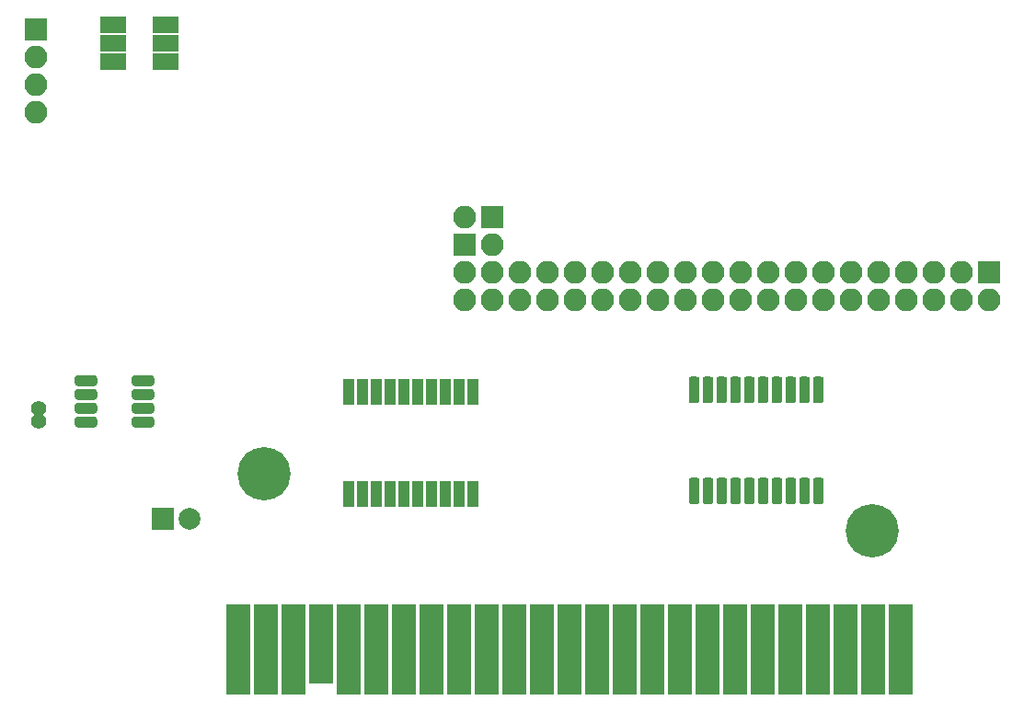
<source format=gbr>
G04 #@! TF.GenerationSoftware,KiCad,Pcbnew,5.1.6~rc1+dfsg1-1*
G04 #@! TF.CreationDate,2020-05-03T13:17:22-07:00*
G04 #@! TF.ProjectId,rpmpv1,72706d70-7631-42e6-9b69-6361645f7063,rev?*
G04 #@! TF.SameCoordinates,Original*
G04 #@! TF.FileFunction,Soldermask,Top*
G04 #@! TF.FilePolarity,Negative*
%FSLAX46Y46*%
G04 Gerber Fmt 4.6, Leading zero omitted, Abs format (unit mm)*
G04 Created by KiCad (PCBNEW 5.1.6~rc1+dfsg1-1) date 2020-05-03 13:17:22*
%MOMM*%
%LPD*%
G01*
G04 APERTURE LIST*
%ADD10O,2.100000X2.100000*%
%ADD11R,2.100000X2.100000*%
%ADD12R,2.400000X1.500000*%
%ADD13R,1.000000X2.350000*%
%ADD14C,4.900000*%
%ADD15R,2.200000X8.400000*%
%ADD16R,2.200000X7.400000*%
%ADD17R,2.000000X2.000000*%
%ADD18C,2.000000*%
%ADD19C,1.400000*%
G04 APERTURE END LIST*
D10*
X147764000Y-77673200D03*
X147764000Y-75133200D03*
X150304000Y-77673200D03*
X150304000Y-75133200D03*
X152844000Y-77673200D03*
X152844000Y-75133200D03*
X155384000Y-77673200D03*
X155384000Y-75133200D03*
X157924000Y-77673200D03*
X157924000Y-75133200D03*
X160464000Y-77673200D03*
X160464000Y-75133200D03*
X163004000Y-77673200D03*
X163004000Y-75133200D03*
X165544000Y-77673200D03*
X165544000Y-75133200D03*
X168084000Y-77673200D03*
X168084000Y-75133200D03*
X170624000Y-77673200D03*
X170624000Y-75133200D03*
X173164000Y-77673200D03*
X173164000Y-75133200D03*
X175704000Y-77673200D03*
X175704000Y-75133200D03*
X178244000Y-77673200D03*
X178244000Y-75133200D03*
X180784000Y-77673200D03*
X180784000Y-75133200D03*
X183324000Y-77673200D03*
X183324000Y-75133200D03*
X185864000Y-77673200D03*
X185864000Y-75133200D03*
X188404000Y-77673200D03*
X188404000Y-75133200D03*
X190944000Y-77673200D03*
X190944000Y-75133200D03*
X193484000Y-77673200D03*
X193484000Y-75133200D03*
X196024000Y-77673200D03*
D11*
X196024000Y-75133200D03*
D12*
X115469000Y-52353000D03*
X115469000Y-54053000D03*
X115469000Y-55753000D03*
X120269000Y-55753000D03*
X120269000Y-54053000D03*
X120269000Y-52353000D03*
D11*
X108331000Y-52768500D03*
D10*
X108331000Y-55308500D03*
X108331000Y-57848500D03*
X108331000Y-60388500D03*
D13*
X137160000Y-95505000D03*
X138430000Y-95505000D03*
X139700000Y-95505000D03*
X140970000Y-95505000D03*
X142240000Y-95505000D03*
X143510000Y-95505000D03*
X144780000Y-95505000D03*
X146050000Y-95505000D03*
X147320000Y-95505000D03*
X148590000Y-95505000D03*
X148590000Y-86105000D03*
X147320000Y-86105000D03*
X146050000Y-86105000D03*
X144780000Y-86105000D03*
X143510000Y-86105000D03*
X142240000Y-86105000D03*
X140970000Y-86105000D03*
X139700000Y-86105000D03*
X138430000Y-86105000D03*
X137160000Y-86105000D03*
D14*
X185323640Y-98897440D03*
D15*
X187939840Y-109827440D03*
X185399840Y-109827440D03*
X182859840Y-109827440D03*
X180319840Y-109827440D03*
X177779840Y-109827440D03*
X175239840Y-109827440D03*
X172699840Y-109827440D03*
X170159840Y-109827440D03*
X167619840Y-109827440D03*
X165079840Y-109827440D03*
X162539840Y-109827440D03*
X159999840Y-109827440D03*
X157459840Y-109827440D03*
X154919840Y-109827440D03*
X152379840Y-109827440D03*
X149839840Y-109827440D03*
X147299840Y-109827440D03*
X144759840Y-109827440D03*
X142219840Y-109827440D03*
X139679840Y-109827440D03*
X137139840Y-109827440D03*
D16*
X134594760Y-109334680D03*
D15*
X132059840Y-109827440D03*
X129519840Y-109827440D03*
X126979840Y-109827440D03*
D14*
X129324260Y-93695520D03*
G36*
G01*
X119220000Y-88650000D02*
X119220000Y-89150000D01*
G75*
G02*
X118970000Y-89400000I-250000J0D01*
G01*
X117420000Y-89400000D01*
G75*
G02*
X117170000Y-89150000I0J250000D01*
G01*
X117170000Y-88650000D01*
G75*
G02*
X117420000Y-88400000I250000J0D01*
G01*
X118970000Y-88400000D01*
G75*
G02*
X119220000Y-88650000I0J-250000D01*
G01*
G37*
G36*
G01*
X119220000Y-87380000D02*
X119220000Y-87880000D01*
G75*
G02*
X118970000Y-88130000I-250000J0D01*
G01*
X117420000Y-88130000D01*
G75*
G02*
X117170000Y-87880000I0J250000D01*
G01*
X117170000Y-87380000D01*
G75*
G02*
X117420000Y-87130000I250000J0D01*
G01*
X118970000Y-87130000D01*
G75*
G02*
X119220000Y-87380000I0J-250000D01*
G01*
G37*
G36*
G01*
X119220000Y-86110000D02*
X119220000Y-86610000D01*
G75*
G02*
X118970000Y-86860000I-250000J0D01*
G01*
X117420000Y-86860000D01*
G75*
G02*
X117170000Y-86610000I0J250000D01*
G01*
X117170000Y-86110000D01*
G75*
G02*
X117420000Y-85860000I250000J0D01*
G01*
X118970000Y-85860000D01*
G75*
G02*
X119220000Y-86110000I0J-250000D01*
G01*
G37*
G36*
G01*
X119220000Y-84840000D02*
X119220000Y-85340000D01*
G75*
G02*
X118970000Y-85590000I-250000J0D01*
G01*
X117420000Y-85590000D01*
G75*
G02*
X117170000Y-85340000I0J250000D01*
G01*
X117170000Y-84840000D01*
G75*
G02*
X117420000Y-84590000I250000J0D01*
G01*
X118970000Y-84590000D01*
G75*
G02*
X119220000Y-84840000I0J-250000D01*
G01*
G37*
G36*
G01*
X113970000Y-84840000D02*
X113970000Y-85340000D01*
G75*
G02*
X113720000Y-85590000I-250000J0D01*
G01*
X112170000Y-85590000D01*
G75*
G02*
X111920000Y-85340000I0J250000D01*
G01*
X111920000Y-84840000D01*
G75*
G02*
X112170000Y-84590000I250000J0D01*
G01*
X113720000Y-84590000D01*
G75*
G02*
X113970000Y-84840000I0J-250000D01*
G01*
G37*
G36*
G01*
X113970000Y-86110000D02*
X113970000Y-86610000D01*
G75*
G02*
X113720000Y-86860000I-250000J0D01*
G01*
X112170000Y-86860000D01*
G75*
G02*
X111920000Y-86610000I0J250000D01*
G01*
X111920000Y-86110000D01*
G75*
G02*
X112170000Y-85860000I250000J0D01*
G01*
X113720000Y-85860000D01*
G75*
G02*
X113970000Y-86110000I0J-250000D01*
G01*
G37*
G36*
G01*
X113970000Y-87380000D02*
X113970000Y-87880000D01*
G75*
G02*
X113720000Y-88130000I-250000J0D01*
G01*
X112170000Y-88130000D01*
G75*
G02*
X111920000Y-87880000I0J250000D01*
G01*
X111920000Y-87380000D01*
G75*
G02*
X112170000Y-87130000I250000J0D01*
G01*
X113720000Y-87130000D01*
G75*
G02*
X113970000Y-87380000I0J-250000D01*
G01*
G37*
G36*
G01*
X113970000Y-88650000D02*
X113970000Y-89150000D01*
G75*
G02*
X113720000Y-89400000I-250000J0D01*
G01*
X112170000Y-89400000D01*
G75*
G02*
X111920000Y-89150000I0J250000D01*
G01*
X111920000Y-88650000D01*
G75*
G02*
X112170000Y-88400000I250000J0D01*
G01*
X113720000Y-88400000D01*
G75*
G02*
X113970000Y-88650000I0J-250000D01*
G01*
G37*
G36*
G01*
X169160000Y-96475000D02*
X168660000Y-96475000D01*
G75*
G02*
X168410000Y-96225000I0J250000D01*
G01*
X168410000Y-94275000D01*
G75*
G02*
X168660000Y-94025000I250000J0D01*
G01*
X169160000Y-94025000D01*
G75*
G02*
X169410000Y-94275000I0J-250000D01*
G01*
X169410000Y-96225000D01*
G75*
G02*
X169160000Y-96475000I-250000J0D01*
G01*
G37*
G36*
G01*
X170430000Y-96475000D02*
X169930000Y-96475000D01*
G75*
G02*
X169680000Y-96225000I0J250000D01*
G01*
X169680000Y-94275000D01*
G75*
G02*
X169930000Y-94025000I250000J0D01*
G01*
X170430000Y-94025000D01*
G75*
G02*
X170680000Y-94275000I0J-250000D01*
G01*
X170680000Y-96225000D01*
G75*
G02*
X170430000Y-96475000I-250000J0D01*
G01*
G37*
G36*
G01*
X171700000Y-96475000D02*
X171200000Y-96475000D01*
G75*
G02*
X170950000Y-96225000I0J250000D01*
G01*
X170950000Y-94275000D01*
G75*
G02*
X171200000Y-94025000I250000J0D01*
G01*
X171700000Y-94025000D01*
G75*
G02*
X171950000Y-94275000I0J-250000D01*
G01*
X171950000Y-96225000D01*
G75*
G02*
X171700000Y-96475000I-250000J0D01*
G01*
G37*
G36*
G01*
X172970000Y-96475000D02*
X172470000Y-96475000D01*
G75*
G02*
X172220000Y-96225000I0J250000D01*
G01*
X172220000Y-94275000D01*
G75*
G02*
X172470000Y-94025000I250000J0D01*
G01*
X172970000Y-94025000D01*
G75*
G02*
X173220000Y-94275000I0J-250000D01*
G01*
X173220000Y-96225000D01*
G75*
G02*
X172970000Y-96475000I-250000J0D01*
G01*
G37*
G36*
G01*
X174240000Y-96475000D02*
X173740000Y-96475000D01*
G75*
G02*
X173490000Y-96225000I0J250000D01*
G01*
X173490000Y-94275000D01*
G75*
G02*
X173740000Y-94025000I250000J0D01*
G01*
X174240000Y-94025000D01*
G75*
G02*
X174490000Y-94275000I0J-250000D01*
G01*
X174490000Y-96225000D01*
G75*
G02*
X174240000Y-96475000I-250000J0D01*
G01*
G37*
G36*
G01*
X175510000Y-96475000D02*
X175010000Y-96475000D01*
G75*
G02*
X174760000Y-96225000I0J250000D01*
G01*
X174760000Y-94275000D01*
G75*
G02*
X175010000Y-94025000I250000J0D01*
G01*
X175510000Y-94025000D01*
G75*
G02*
X175760000Y-94275000I0J-250000D01*
G01*
X175760000Y-96225000D01*
G75*
G02*
X175510000Y-96475000I-250000J0D01*
G01*
G37*
G36*
G01*
X176780000Y-96475000D02*
X176280000Y-96475000D01*
G75*
G02*
X176030000Y-96225000I0J250000D01*
G01*
X176030000Y-94275000D01*
G75*
G02*
X176280000Y-94025000I250000J0D01*
G01*
X176780000Y-94025000D01*
G75*
G02*
X177030000Y-94275000I0J-250000D01*
G01*
X177030000Y-96225000D01*
G75*
G02*
X176780000Y-96475000I-250000J0D01*
G01*
G37*
G36*
G01*
X178050000Y-96475000D02*
X177550000Y-96475000D01*
G75*
G02*
X177300000Y-96225000I0J250000D01*
G01*
X177300000Y-94275000D01*
G75*
G02*
X177550000Y-94025000I250000J0D01*
G01*
X178050000Y-94025000D01*
G75*
G02*
X178300000Y-94275000I0J-250000D01*
G01*
X178300000Y-96225000D01*
G75*
G02*
X178050000Y-96475000I-250000J0D01*
G01*
G37*
G36*
G01*
X179320000Y-96475000D02*
X178820000Y-96475000D01*
G75*
G02*
X178570000Y-96225000I0J250000D01*
G01*
X178570000Y-94275000D01*
G75*
G02*
X178820000Y-94025000I250000J0D01*
G01*
X179320000Y-94025000D01*
G75*
G02*
X179570000Y-94275000I0J-250000D01*
G01*
X179570000Y-96225000D01*
G75*
G02*
X179320000Y-96475000I-250000J0D01*
G01*
G37*
G36*
G01*
X180590000Y-96475000D02*
X180090000Y-96475000D01*
G75*
G02*
X179840000Y-96225000I0J250000D01*
G01*
X179840000Y-94275000D01*
G75*
G02*
X180090000Y-94025000I250000J0D01*
G01*
X180590000Y-94025000D01*
G75*
G02*
X180840000Y-94275000I0J-250000D01*
G01*
X180840000Y-96225000D01*
G75*
G02*
X180590000Y-96475000I-250000J0D01*
G01*
G37*
G36*
G01*
X180590000Y-87175000D02*
X180090000Y-87175000D01*
G75*
G02*
X179840000Y-86925000I0J250000D01*
G01*
X179840000Y-84975000D01*
G75*
G02*
X180090000Y-84725000I250000J0D01*
G01*
X180590000Y-84725000D01*
G75*
G02*
X180840000Y-84975000I0J-250000D01*
G01*
X180840000Y-86925000D01*
G75*
G02*
X180590000Y-87175000I-250000J0D01*
G01*
G37*
G36*
G01*
X179320000Y-87175000D02*
X178820000Y-87175000D01*
G75*
G02*
X178570000Y-86925000I0J250000D01*
G01*
X178570000Y-84975000D01*
G75*
G02*
X178820000Y-84725000I250000J0D01*
G01*
X179320000Y-84725000D01*
G75*
G02*
X179570000Y-84975000I0J-250000D01*
G01*
X179570000Y-86925000D01*
G75*
G02*
X179320000Y-87175000I-250000J0D01*
G01*
G37*
G36*
G01*
X178050000Y-87175000D02*
X177550000Y-87175000D01*
G75*
G02*
X177300000Y-86925000I0J250000D01*
G01*
X177300000Y-84975000D01*
G75*
G02*
X177550000Y-84725000I250000J0D01*
G01*
X178050000Y-84725000D01*
G75*
G02*
X178300000Y-84975000I0J-250000D01*
G01*
X178300000Y-86925000D01*
G75*
G02*
X178050000Y-87175000I-250000J0D01*
G01*
G37*
G36*
G01*
X176780000Y-87175000D02*
X176280000Y-87175000D01*
G75*
G02*
X176030000Y-86925000I0J250000D01*
G01*
X176030000Y-84975000D01*
G75*
G02*
X176280000Y-84725000I250000J0D01*
G01*
X176780000Y-84725000D01*
G75*
G02*
X177030000Y-84975000I0J-250000D01*
G01*
X177030000Y-86925000D01*
G75*
G02*
X176780000Y-87175000I-250000J0D01*
G01*
G37*
G36*
G01*
X175510000Y-87175000D02*
X175010000Y-87175000D01*
G75*
G02*
X174760000Y-86925000I0J250000D01*
G01*
X174760000Y-84975000D01*
G75*
G02*
X175010000Y-84725000I250000J0D01*
G01*
X175510000Y-84725000D01*
G75*
G02*
X175760000Y-84975000I0J-250000D01*
G01*
X175760000Y-86925000D01*
G75*
G02*
X175510000Y-87175000I-250000J0D01*
G01*
G37*
G36*
G01*
X174240000Y-87175000D02*
X173740000Y-87175000D01*
G75*
G02*
X173490000Y-86925000I0J250000D01*
G01*
X173490000Y-84975000D01*
G75*
G02*
X173740000Y-84725000I250000J0D01*
G01*
X174240000Y-84725000D01*
G75*
G02*
X174490000Y-84975000I0J-250000D01*
G01*
X174490000Y-86925000D01*
G75*
G02*
X174240000Y-87175000I-250000J0D01*
G01*
G37*
G36*
G01*
X172970000Y-87175000D02*
X172470000Y-87175000D01*
G75*
G02*
X172220000Y-86925000I0J250000D01*
G01*
X172220000Y-84975000D01*
G75*
G02*
X172470000Y-84725000I250000J0D01*
G01*
X172970000Y-84725000D01*
G75*
G02*
X173220000Y-84975000I0J-250000D01*
G01*
X173220000Y-86925000D01*
G75*
G02*
X172970000Y-87175000I-250000J0D01*
G01*
G37*
G36*
G01*
X171700000Y-87175000D02*
X171200000Y-87175000D01*
G75*
G02*
X170950000Y-86925000I0J250000D01*
G01*
X170950000Y-84975000D01*
G75*
G02*
X171200000Y-84725000I250000J0D01*
G01*
X171700000Y-84725000D01*
G75*
G02*
X171950000Y-84975000I0J-250000D01*
G01*
X171950000Y-86925000D01*
G75*
G02*
X171700000Y-87175000I-250000J0D01*
G01*
G37*
G36*
G01*
X170430000Y-87175000D02*
X169930000Y-87175000D01*
G75*
G02*
X169680000Y-86925000I0J250000D01*
G01*
X169680000Y-84975000D01*
G75*
G02*
X169930000Y-84725000I250000J0D01*
G01*
X170430000Y-84725000D01*
G75*
G02*
X170680000Y-84975000I0J-250000D01*
G01*
X170680000Y-86925000D01*
G75*
G02*
X170430000Y-87175000I-250000J0D01*
G01*
G37*
G36*
G01*
X169160000Y-87175000D02*
X168660000Y-87175000D01*
G75*
G02*
X168410000Y-86925000I0J250000D01*
G01*
X168410000Y-84975000D01*
G75*
G02*
X168660000Y-84725000I250000J0D01*
G01*
X169160000Y-84725000D01*
G75*
G02*
X169410000Y-84975000I0J-250000D01*
G01*
X169410000Y-86925000D01*
G75*
G02*
X169160000Y-87175000I-250000J0D01*
G01*
G37*
D11*
X147760000Y-72594500D03*
D10*
X150300000Y-72594500D03*
X147760000Y-70054500D03*
D11*
X150300000Y-70054500D03*
D17*
X120015000Y-97790000D03*
D18*
X122515000Y-97790000D03*
D19*
X108585000Y-87630000D03*
X108595160Y-88866980D03*
M02*

</source>
